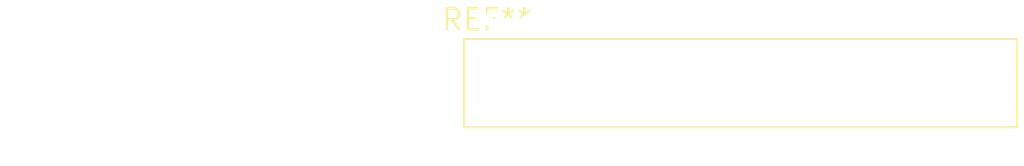
<source format=kicad_pcb>
(kicad_pcb (version 20240108) (generator pcbnew)
  (layers (0 "F.Cu" signal) (31 "B.Cu" signal) (34 "B.Paste" user) (35 "F.Paste" user) (36 "B.SilkS" user "B.Silkscreen") (37 "F.SilkS" user "F.Silkscreen") (38 "B.Mask" user) (39 "F.Mask" user) (44 "Edge.Cuts" user))
  (net 0 "")
  (footprint "Samtec_HLE-113-02-xx-DV-PE_2x13_P2.54mm_Horizontal" (layer "F.Cu") (at 0 0)
    (property "Reference" "REF**")
    (property "Value" "Samtec_HLE-113-02-xx-DV-PE_2x13_P2.54mm_Horizontal")
    (fp_line (start -1.38 1.16) (end 31.86 1.16) (layer "F.SilkS") (stroke (width 0.12)))
    (fp_line (start -1.38 6.46) (end -1.38 1.16) (layer "F.SilkS") (stroke (width 0.12)))
    (fp_line (start 31.86 1.16) (end 31.86 6.46) (layer "F.SilkS") (stroke (width 0.12)))
    (fp_line (start 31.86 6.46) (end -1.38 6.46) (layer "F.SilkS") (stroke (width 0.12)))
    (pad "" np_thru_hole circle (at 0 2.54) (size 1.4 1.4) (drill 1.4) (layers *.Cu *.Mask))
    (pad "" np_thru_hole circle (at 0 5.08) (size 1.4 1.4) (drill 1.4) (layers *.Cu *.Mask))
    (pad "" np_thru_hole circle (at 2.54 2.54) (size 1.4 1.4) (drill 1.4) (layers *.Cu *.Mask))
    (pad "" np_thru_hole circle (at 2.54 5.08) (size 1.4 1.4) (drill 1.4) (layers *.Cu *.Mask))
    (pad "" np_thru_hole circle (at 5.08 2.54) (size 1.4 1.4) (drill 1.4) (layers *.Cu *.Mask))
    (pad "" np_thru_hole circle (at 5.08 5.08) (size 1.4 1.4) (drill 1.4) (layers *.Cu *.Mask))
    (pad "" np_thru_hole circle (at 7.62 2.54) (size 1.4 1.4) (drill 1.4) (layers *.Cu *.Mask))
    (pad "" np_thru_hole circle (at 7.62 5.08) (size 1.4 1.4) (drill 1.4) (layers *.Cu *.Mask))
    (pad "" np_thru_hole circle (at 10.16 2.54) (size 1.4 1.4) (drill 1.4) (layers *.Cu *.Mask))
    (pad "" np_thru_hole circle (at 10.16 5.08) (size 1.4 1.4) (drill 1.4) (layers *.Cu *.Mask))
    (pad "" np_thru_hole circle (at 12.7 2.54) (size 1.4 1.4) (drill 1.4) (layers *.Cu *.Mask))
    (pad "" np_thru_hole circle (at 12.7 5.08) (size 1.4 1.4) (drill 1.4) (layers *.Cu *.Mask))
    (pad "" np_thru_hole circle (at 15.24 2.54) (size 1.4 1.4) (drill 1.4) (layers *.Cu *.Mask))
    (pad "" np_thru_hole circle (at 15.24 5.08) (size 1.4 1.4) (drill 1.4) (layers *.Cu *.Mask))
    (pad "" np_thru_hole circle (at 17.78 2.54) (size 1.4 1.4) (drill 1.4) (layers *.Cu *.Mask))
    (pad "" np_thru_hole circle (at 17.78 5.08) (size 1.4 1.4) (drill 1.4) (layers *.Cu *.Mask))
    (pad "" np_thru_hole circle (at 20.32 2.54) (size 1.4 1.4) (drill 1.4) (layers *.Cu *.Mask))
    (pad "" np_thru_hole circle (at 20.32 5.08) (size 1.4 1.4) (drill 1.4) (layers *.Cu *.Mask))
    (pad "" np_thru_hole circle (at 22.86 2.54) (size 1.4 1.4) (drill 1.4) (layers *.Cu *.Mask))
    (pad "" np_thru_hole circle (at 22.86 5.08) (size 1.4 1.4) (drill 1.4) (layers *.Cu *.Mask))
    (pad "" np_thru_hole circle (at 25.4 2.54) (size 1.4 1.4) (drill 1.4) (layers *.Cu *.Mask))
    (pad "" np_thru_hole circle (at 25.4 5.08) (size 1.4 1.4) (drill 1.4) (layers *.Cu *.Mask))
    (pad "" np_thru_hole circle (at 27.94 2.54) (size 1.4 1.4) (drill 1.4) (layers *.Cu *.Mask))
    (pad "" np_thru_hole circle (at 27.94 5.08) (size 1.4 1.4) (drill 1.4) (layers *.Cu *.Mask))
    (pad "" np_thru_hole circle (at 30.48 2.54) (size 1.4 1.4) (drill 1.4) (layers *.Cu *.Mask))
    (pad "" np_thru_hole circle (at 30.48 5.08) (size 1.4 1.4) (drill 1.4) (layers *.Cu *.Mask))
    (pad "1" thru_hole roundrect (at 0 0) (size 1.31 1.31) (drill 0.71) (layers *.Cu *.Mask) (remove_unused_layers) (roundrect_rratio 0.19084))
    (pad "2" thru_hole circle (at 0 7.62) (size 1.31 1.31) (drill 0.71) (layers *.Cu *.Mask) (remove_unused_layers))
    (pad "3" thru_hole circle (at 2.54 0) (size 1.31 1.31) (drill 0.71) (layers *.Cu *.Mask) (remove_unused_layers))
    (pad "4" thru_hole circle (at 2.54 7.62) (size 1.31 1.31) (drill 0.71) (layers *.Cu *.Mask) (remove_unused_layers))
    (pad "5" thru_hole circle (at 5.08 0) (size 1.31 1.31) (drill 0.71) (layers *.Cu *.Mask) (remove_unused_layers))
    (pad "6" thru_hole circle (at 5.08 7.62) (size 1.31 1.31) (drill 0.71) (layers *.Cu *.Mask) (remove_unused_layers))
    (pad "7" thru_hole circle (at 7.62 0) (size 1.31 1.31) (drill 0.71) (layers *.Cu *.Mask) (remove_unused_layers))
    (pad "8" thru_hole circle (at 7.62 7.62) (size 1.31 1.31) (drill 0.71) (layers *.Cu *.Mask) (remove_unused_layers))
    (pad "9" thru_hole circle (at 10.16 0) (size 1.31 1.31) (drill 0.71) (layers *.Cu *.Mask) (remove_unused_layers))
    (pad "10" thru_hole circle (at 10.16 7.62) (size 1.31 1.31) (drill 0.71) (layers *.Cu *.Mask) (remove_unused_layers))
    (pad "11" thru_hole circle (at 12.7 0) (size 1.31 1.31) (drill 0.71) (layers *.Cu *.Mask) (remove_unused_layers))
    (pad "12" thru_hole circle (at 12.7 7.62) (size 1.31 1.31) (drill 0.71) (layers *.Cu *.Mask) (remove_unused_layers))
    (pad "13" thru_hole circle (at 15.24 0) (size 1.31 1.31) (drill 0.71) (layers *.Cu *.Mask) (remove_unused_layers))
    (pad "14" thru_hole circle (at 15.24 7.62) (size 1.31 1.31) (drill 0.71) (layers *.Cu *.Mask) (remove_unused_layers))
    (pad "15" thru_hole circle (at 17.78 0) (size 1.31 1.31) (drill 0.71) (layers *.Cu *.Mask) (remove_unused_layers))
    (pad "16" thru_hole circle (at 17.78 7.62) (size 1.31 1.31) (drill 0.71) (layers *.Cu *.Mask) (remove_unused_layers))
    (pad "17" thru_hole circle (at 20.32 0) (size 1.31 1.31) (drill 0.71) (layers *.Cu *.Mask) (remove_unused_layers))
    (pad "18" thru_hole circle (at 20.32 7.62) (size 1.31 1.31) (drill 0.71) (layers *.Cu *.Mask) (remove_unused_layers))
    (pad "19" thru_hole circle (at 22.86 0) (size 1.31 1.31) (drill 0.71) (layers *.Cu *.Mask) (remove_unused_layers))
    (pad "20" thru_hole circle (at 22.86 7.62) (size 1.31 1.31) (drill 0.71) (layers *.Cu *.Mask) (remove_unused_layers))
    (pad "21" thru_hole circle (at 25.4 0) (size 1.31 1.31) (drill 0.71) (layers *.Cu *.Mask) (remove_unused_layers))
    (pad "22" thru_hole circle (at 25.4 7.62) (size 1.31 1.31) (drill 0.71) (layers *.Cu *.Mask) (remove_unused_layers))
    (pad "23" thru_hole circle (at 27.94 0) (size 1.31 1.31) (drill 0.71) (layers *.Cu *.Mask) (remove_unused_layers))
    (pad "24" thru_hole circle (at 27.94 7.62) (size 1.31 1.31) (drill 0.71) (layers *.Cu *.Mask) (remove_unused_layers))
    (pad "25" thru_hole circle (at 30.48 0) (size 1.31 1.31) (drill 0.71) (layers *.Cu *.Mask) (remove_unused_layers))
    (pad "26" thru_hole circle (at 30.48 7.62) (size 1.31 1.31) (drill 0.71) (layers *.Cu *.Mask) (remove_unused_layers))
  )
)
</source>
